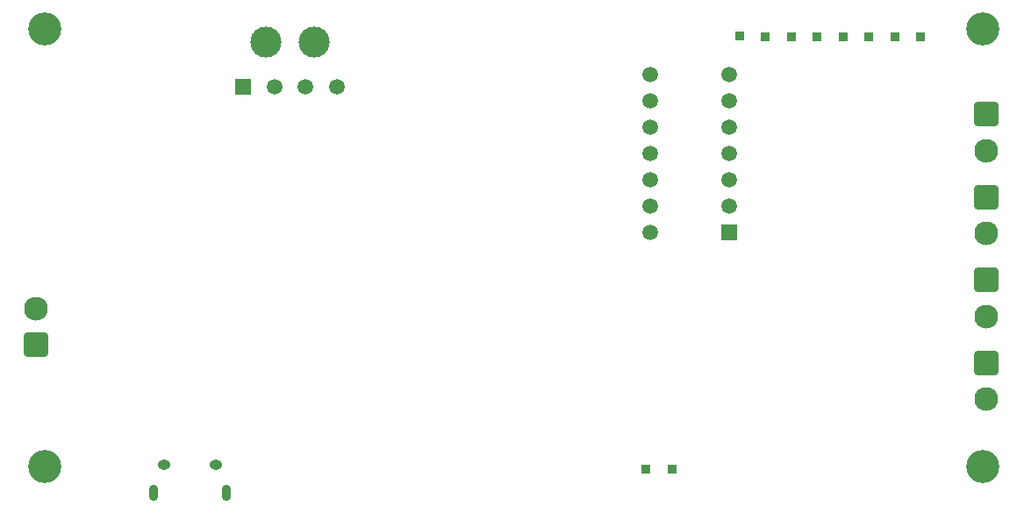
<source format=gbr>
%TF.GenerationSoftware,KiCad,Pcbnew,9.0.4*%
%TF.CreationDate,2025-11-25T13:51:46-06:00*%
%TF.ProjectId,LV Sensor,4c562053-656e-4736-9f72-2e6b69636164,rev?*%
%TF.SameCoordinates,Original*%
%TF.FileFunction,Soldermask,Bot*%
%TF.FilePolarity,Negative*%
%FSLAX46Y46*%
G04 Gerber Fmt 4.6, Leading zero omitted, Abs format (unit mm)*
G04 Created by KiCad (PCBNEW 9.0.4) date 2025-11-25 13:51:46*
%MOMM*%
%LPD*%
G01*
G04 APERTURE LIST*
G04 Aperture macros list*
%AMRoundRect*
0 Rectangle with rounded corners*
0 $1 Rounding radius*
0 $2 $3 $4 $5 $6 $7 $8 $9 X,Y pos of 4 corners*
0 Add a 4 corners polygon primitive as box body*
4,1,4,$2,$3,$4,$5,$6,$7,$8,$9,$2,$3,0*
0 Add four circle primitives for the rounded corners*
1,1,$1+$1,$2,$3*
1,1,$1+$1,$4,$5*
1,1,$1+$1,$6,$7*
1,1,$1+$1,$8,$9*
0 Add four rect primitives between the rounded corners*
20,1,$1+$1,$2,$3,$4,$5,0*
20,1,$1+$1,$4,$5,$6,$7,0*
20,1,$1+$1,$6,$7,$8,$9,0*
20,1,$1+$1,$8,$9,$2,$3,0*%
G04 Aperture macros list end*
%ADD10R,0.850000X0.850000*%
%ADD11RoundRect,0.250001X-0.899999X0.899999X-0.899999X-0.899999X0.899999X-0.899999X0.899999X0.899999X0*%
%ADD12C,2.300000*%
%ADD13RoundRect,0.250001X0.899999X-0.899999X0.899999X0.899999X-0.899999X0.899999X-0.899999X-0.899999X0*%
%ADD14C,3.200000*%
%ADD15O,0.890000X1.550000*%
%ADD16O,1.250000X0.950000*%
%ADD17R,1.498600X1.498600*%
%ADD18C,1.498600*%
%ADD19C,3.000000*%
%ADD20R,1.520000X1.520000*%
%ADD21C,1.520000*%
G04 APERTURE END LIST*
D10*
%TO.C,TP8*%
X204000000Y-54250000D03*
%TD*%
D11*
%TO.C,J2*%
X225332500Y-61750000D03*
D12*
X225332500Y-65250000D03*
%TD*%
D10*
%TO.C,TP10*%
X214000000Y-54250000D03*
%TD*%
D13*
%TO.C,J5*%
X133667500Y-84000000D03*
D12*
X133667500Y-80500000D03*
%TD*%
D11*
%TO.C,J4*%
X225332500Y-77750000D03*
D12*
X225332500Y-81250000D03*
%TD*%
D14*
%TO.C,H2*%
X225000000Y-53500000D03*
%TD*%
D10*
%TO.C,TP5*%
X209000000Y-54250000D03*
%TD*%
%TO.C,TP2*%
X211500000Y-54250000D03*
%TD*%
%TO.C,TP7*%
X216500000Y-54250000D03*
%TD*%
D11*
%TO.C,J1*%
X225332500Y-69750000D03*
D12*
X225332500Y-73250000D03*
%TD*%
D15*
%TO.C,J16*%
X145000000Y-98300000D03*
D16*
X146000000Y-95600000D03*
X151000000Y-95600000D03*
D15*
X152000000Y-98300000D03*
%TD*%
D10*
%TO.C,TP4*%
X195000000Y-96000000D03*
%TD*%
D11*
%TO.C,J3*%
X225332500Y-85750000D03*
D12*
X225332500Y-89250000D03*
%TD*%
D14*
%TO.C,H3*%
X225000000Y-95750000D03*
%TD*%
D10*
%TO.C,TP3*%
X192500000Y-96000000D03*
%TD*%
D14*
%TO.C,H1*%
X134500000Y-53500000D03*
%TD*%
D10*
%TO.C,TP9*%
X206500000Y-54250000D03*
%TD*%
%TO.C,TP6*%
X219000000Y-54250000D03*
%TD*%
D14*
%TO.C,H4*%
X134500000Y-95750000D03*
%TD*%
D10*
%TO.C,TP1*%
X201500000Y-54200000D03*
%TD*%
D17*
%TO.C,U10*%
X200560000Y-73120000D03*
D18*
X200560000Y-70580000D03*
X200560000Y-68040000D03*
X200560000Y-65500000D03*
X200560000Y-62960000D03*
X200560000Y-60420000D03*
X200560000Y-57880000D03*
X192940000Y-57880000D03*
X192940000Y-60420000D03*
X192940000Y-62960000D03*
X192940000Y-65500000D03*
X192940000Y-68040000D03*
X192940000Y-70580000D03*
X192940000Y-73120000D03*
%TD*%
D19*
%TO.C,J6*%
X160500000Y-54780400D03*
X155800000Y-54780400D03*
D20*
X153650000Y-59100400D03*
D21*
X156650000Y-59100400D03*
X159650000Y-59100400D03*
X162650000Y-59100400D03*
%TD*%
M02*

</source>
